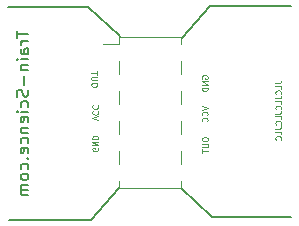
<source format=gbr>
%TF.GenerationSoftware,KiCad,Pcbnew,8.0.2*%
%TF.CreationDate,2024-11-30T21:33:01+01:00*%
%TF.ProjectId,_4mm_sleeper_w_IR,5f346d6d-5f73-46c6-9565-7065725f775f,rev?*%
%TF.SameCoordinates,Original*%
%TF.FileFunction,Legend,Bot*%
%TF.FilePolarity,Positive*%
%FSLAX46Y46*%
G04 Gerber Fmt 4.6, Leading zero omitted, Abs format (unit mm)*
G04 Created by KiCad (PCBNEW 8.0.2) date 2024-11-30 21:33:01*
%MOMM*%
%LPD*%
G01*
G04 APERTURE LIST*
G04 Aperture macros list*
%AMRoundRect*
0 Rectangle with rounded corners*
0 $1 Rounding radius*
0 $2 $3 $4 $5 $6 $7 $8 $9 X,Y pos of 4 corners*
0 Add a 4 corners polygon primitive as box body*
4,1,4,$2,$3,$4,$5,$6,$7,$8,$9,$2,$3,0*
0 Add four circle primitives for the rounded corners*
1,1,$1+$1,$2,$3*
1,1,$1+$1,$4,$5*
1,1,$1+$1,$6,$7*
1,1,$1+$1,$8,$9*
0 Add four rect primitives between the rounded corners*
20,1,$1+$1,$2,$3,$4,$5,0*
20,1,$1+$1,$4,$5,$6,$7,0*
20,1,$1+$1,$6,$7,$8,$9,0*
20,1,$1+$1,$8,$9,$2,$3,0*%
%AMRotRect*
0 Rectangle, with rotation*
0 The origin of the aperture is its center*
0 $1 length*
0 $2 width*
0 $3 Rotation angle, in degrees counterclockwise*
0 Add horizontal line*
21,1,$1,$2,0,0,$3*%
G04 Aperture macros list end*
%ADD10C,0.150000*%
%ADD11C,0.075000*%
%ADD12C,0.120000*%
%ADD13RoundRect,0.249600X-0.478655X-0.128255X0.128255X-0.478655X0.478655X0.128255X-0.128255X0.478655X0*%
%ADD14C,1.200000*%
%ADD15RotRect,1.800000X1.800000X330.000000*%
%ADD16C,1.800000*%
%ADD17R,3.000000X1.000000*%
G04 APERTURE END LIST*
D10*
X115510000Y-107121000D02*
X108613000Y-107121000D01*
X125804500Y-106871500D02*
X123123000Y-104454000D01*
X108500000Y-89149500D02*
X115301500Y-89149500D01*
X132500000Y-106871500D02*
X125804500Y-106871500D01*
X123190000Y-91694000D02*
X125603000Y-89027000D01*
X125603000Y-89027000D02*
X132500000Y-89027000D01*
X115301500Y-89149500D02*
X117983000Y-91567000D01*
X117923000Y-104454000D02*
X115510000Y-107121000D01*
D11*
X116065090Y-95736372D02*
X116065090Y-95641134D01*
X116065090Y-95641134D02*
X116041280Y-95593515D01*
X116041280Y-95593515D02*
X115993661Y-95545896D01*
X115993661Y-95545896D02*
X115898423Y-95522086D01*
X115898423Y-95522086D02*
X115731757Y-95522086D01*
X115731757Y-95522086D02*
X115636519Y-95545896D01*
X115636519Y-95545896D02*
X115588900Y-95593515D01*
X115588900Y-95593515D02*
X115565090Y-95641134D01*
X115565090Y-95641134D02*
X115565090Y-95736372D01*
X115565090Y-95736372D02*
X115588900Y-95783991D01*
X115588900Y-95783991D02*
X115636519Y-95831610D01*
X115636519Y-95831610D02*
X115731757Y-95855419D01*
X115731757Y-95855419D02*
X115898423Y-95855419D01*
X115898423Y-95855419D02*
X115993661Y-95831610D01*
X115993661Y-95831610D02*
X116041280Y-95783991D01*
X116041280Y-95783991D02*
X116065090Y-95736372D01*
X116065090Y-95307800D02*
X115660328Y-95307800D01*
X115660328Y-95307800D02*
X115612709Y-95283990D01*
X115612709Y-95283990D02*
X115588900Y-95260181D01*
X115588900Y-95260181D02*
X115565090Y-95212562D01*
X115565090Y-95212562D02*
X115565090Y-95117324D01*
X115565090Y-95117324D02*
X115588900Y-95069705D01*
X115588900Y-95069705D02*
X115612709Y-95045895D01*
X115612709Y-95045895D02*
X115660328Y-95022086D01*
X115660328Y-95022086D02*
X116065090Y-95022086D01*
X116065090Y-94855418D02*
X116065090Y-94569704D01*
X115565090Y-94712561D02*
X116065090Y-94712561D01*
X124934909Y-100263627D02*
X124934909Y-100358865D01*
X124934909Y-100358865D02*
X124958719Y-100406484D01*
X124958719Y-100406484D02*
X125006338Y-100454103D01*
X125006338Y-100454103D02*
X125101576Y-100477913D01*
X125101576Y-100477913D02*
X125268242Y-100477913D01*
X125268242Y-100477913D02*
X125363480Y-100454103D01*
X125363480Y-100454103D02*
X125411100Y-100406484D01*
X125411100Y-100406484D02*
X125434909Y-100358865D01*
X125434909Y-100358865D02*
X125434909Y-100263627D01*
X125434909Y-100263627D02*
X125411100Y-100216008D01*
X125411100Y-100216008D02*
X125363480Y-100168389D01*
X125363480Y-100168389D02*
X125268242Y-100144580D01*
X125268242Y-100144580D02*
X125101576Y-100144580D01*
X125101576Y-100144580D02*
X125006338Y-100168389D01*
X125006338Y-100168389D02*
X124958719Y-100216008D01*
X124958719Y-100216008D02*
X124934909Y-100263627D01*
X124934909Y-100692199D02*
X125339671Y-100692199D01*
X125339671Y-100692199D02*
X125387290Y-100716009D01*
X125387290Y-100716009D02*
X125411100Y-100739818D01*
X125411100Y-100739818D02*
X125434909Y-100787437D01*
X125434909Y-100787437D02*
X125434909Y-100882675D01*
X125434909Y-100882675D02*
X125411100Y-100930294D01*
X125411100Y-100930294D02*
X125387290Y-100954104D01*
X125387290Y-100954104D02*
X125339671Y-100977913D01*
X125339671Y-100977913D02*
X124934909Y-100977913D01*
X124934909Y-101144581D02*
X124934909Y-101430295D01*
X125434909Y-101287438D02*
X124934909Y-101287438D01*
X116135090Y-98709038D02*
X115635090Y-98542372D01*
X115635090Y-98542372D02*
X116135090Y-98375705D01*
X115682709Y-97923325D02*
X115658900Y-97947134D01*
X115658900Y-97947134D02*
X115635090Y-98018563D01*
X115635090Y-98018563D02*
X115635090Y-98066182D01*
X115635090Y-98066182D02*
X115658900Y-98137610D01*
X115658900Y-98137610D02*
X115706519Y-98185229D01*
X115706519Y-98185229D02*
X115754138Y-98209039D01*
X115754138Y-98209039D02*
X115849376Y-98232848D01*
X115849376Y-98232848D02*
X115920804Y-98232848D01*
X115920804Y-98232848D02*
X116016042Y-98209039D01*
X116016042Y-98209039D02*
X116063661Y-98185229D01*
X116063661Y-98185229D02*
X116111280Y-98137610D01*
X116111280Y-98137610D02*
X116135090Y-98066182D01*
X116135090Y-98066182D02*
X116135090Y-98018563D01*
X116135090Y-98018563D02*
X116111280Y-97947134D01*
X116111280Y-97947134D02*
X116087471Y-97923325D01*
X115682709Y-97423325D02*
X115658900Y-97447134D01*
X115658900Y-97447134D02*
X115635090Y-97518563D01*
X115635090Y-97518563D02*
X115635090Y-97566182D01*
X115635090Y-97566182D02*
X115658900Y-97637610D01*
X115658900Y-97637610D02*
X115706519Y-97685229D01*
X115706519Y-97685229D02*
X115754138Y-97709039D01*
X115754138Y-97709039D02*
X115849376Y-97732848D01*
X115849376Y-97732848D02*
X115920804Y-97732848D01*
X115920804Y-97732848D02*
X116016042Y-97709039D01*
X116016042Y-97709039D02*
X116063661Y-97685229D01*
X116063661Y-97685229D02*
X116111280Y-97637610D01*
X116111280Y-97637610D02*
X116135090Y-97566182D01*
X116135090Y-97566182D02*
X116135090Y-97518563D01*
X116135090Y-97518563D02*
X116111280Y-97447134D01*
X116111280Y-97447134D02*
X116087471Y-97423325D01*
X116111280Y-101042705D02*
X116135090Y-101090324D01*
X116135090Y-101090324D02*
X116135090Y-101161753D01*
X116135090Y-101161753D02*
X116111280Y-101233181D01*
X116111280Y-101233181D02*
X116063661Y-101280800D01*
X116063661Y-101280800D02*
X116016042Y-101304610D01*
X116016042Y-101304610D02*
X115920804Y-101328419D01*
X115920804Y-101328419D02*
X115849376Y-101328419D01*
X115849376Y-101328419D02*
X115754138Y-101304610D01*
X115754138Y-101304610D02*
X115706519Y-101280800D01*
X115706519Y-101280800D02*
X115658900Y-101233181D01*
X115658900Y-101233181D02*
X115635090Y-101161753D01*
X115635090Y-101161753D02*
X115635090Y-101114134D01*
X115635090Y-101114134D02*
X115658900Y-101042705D01*
X115658900Y-101042705D02*
X115682709Y-101018896D01*
X115682709Y-101018896D02*
X115849376Y-101018896D01*
X115849376Y-101018896D02*
X115849376Y-101114134D01*
X115635090Y-100804610D02*
X116135090Y-100804610D01*
X116135090Y-100804610D02*
X115635090Y-100518896D01*
X115635090Y-100518896D02*
X116135090Y-100518896D01*
X115635090Y-100280800D02*
X116135090Y-100280800D01*
X116135090Y-100280800D02*
X116135090Y-100161752D01*
X116135090Y-100161752D02*
X116111280Y-100090324D01*
X116111280Y-100090324D02*
X116063661Y-100042705D01*
X116063661Y-100042705D02*
X116016042Y-100018895D01*
X116016042Y-100018895D02*
X115920804Y-99995086D01*
X115920804Y-99995086D02*
X115849376Y-99995086D01*
X115849376Y-99995086D02*
X115754138Y-100018895D01*
X115754138Y-100018895D02*
X115706519Y-100042705D01*
X115706519Y-100042705D02*
X115658900Y-100090324D01*
X115658900Y-100090324D02*
X115635090Y-100161752D01*
X115635090Y-100161752D02*
X115635090Y-100280800D01*
X124934719Y-95172294D02*
X124910909Y-95124675D01*
X124910909Y-95124675D02*
X124910909Y-95053246D01*
X124910909Y-95053246D02*
X124934719Y-94981818D01*
X124934719Y-94981818D02*
X124982338Y-94934199D01*
X124982338Y-94934199D02*
X125029957Y-94910389D01*
X125029957Y-94910389D02*
X125125195Y-94886580D01*
X125125195Y-94886580D02*
X125196623Y-94886580D01*
X125196623Y-94886580D02*
X125291861Y-94910389D01*
X125291861Y-94910389D02*
X125339480Y-94934199D01*
X125339480Y-94934199D02*
X125387100Y-94981818D01*
X125387100Y-94981818D02*
X125410909Y-95053246D01*
X125410909Y-95053246D02*
X125410909Y-95100865D01*
X125410909Y-95100865D02*
X125387100Y-95172294D01*
X125387100Y-95172294D02*
X125363290Y-95196103D01*
X125363290Y-95196103D02*
X125196623Y-95196103D01*
X125196623Y-95196103D02*
X125196623Y-95100865D01*
X125410909Y-95410389D02*
X124910909Y-95410389D01*
X124910909Y-95410389D02*
X125410909Y-95696103D01*
X125410909Y-95696103D02*
X124910909Y-95696103D01*
X125410909Y-95934199D02*
X124910909Y-95934199D01*
X124910909Y-95934199D02*
X124910909Y-96053247D01*
X124910909Y-96053247D02*
X124934719Y-96124675D01*
X124934719Y-96124675D02*
X124982338Y-96172294D01*
X124982338Y-96172294D02*
X125029957Y-96196104D01*
X125029957Y-96196104D02*
X125125195Y-96219913D01*
X125125195Y-96219913D02*
X125196623Y-96219913D01*
X125196623Y-96219913D02*
X125291861Y-96196104D01*
X125291861Y-96196104D02*
X125339480Y-96172294D01*
X125339480Y-96172294D02*
X125387100Y-96124675D01*
X125387100Y-96124675D02*
X125410909Y-96053247D01*
X125410909Y-96053247D02*
X125410909Y-95934199D01*
D10*
X109232819Y-91125922D02*
X109232819Y-91697350D01*
X110232819Y-91411636D02*
X109232819Y-91411636D01*
X110232819Y-92030684D02*
X109566152Y-92030684D01*
X109756628Y-92030684D02*
X109661390Y-92078303D01*
X109661390Y-92078303D02*
X109613771Y-92125922D01*
X109613771Y-92125922D02*
X109566152Y-92221160D01*
X109566152Y-92221160D02*
X109566152Y-92316398D01*
X110232819Y-93078303D02*
X109709009Y-93078303D01*
X109709009Y-93078303D02*
X109613771Y-93030684D01*
X109613771Y-93030684D02*
X109566152Y-92935446D01*
X109566152Y-92935446D02*
X109566152Y-92744970D01*
X109566152Y-92744970D02*
X109613771Y-92649732D01*
X110185200Y-93078303D02*
X110232819Y-92983065D01*
X110232819Y-92983065D02*
X110232819Y-92744970D01*
X110232819Y-92744970D02*
X110185200Y-92649732D01*
X110185200Y-92649732D02*
X110089961Y-92602113D01*
X110089961Y-92602113D02*
X109994723Y-92602113D01*
X109994723Y-92602113D02*
X109899485Y-92649732D01*
X109899485Y-92649732D02*
X109851866Y-92744970D01*
X109851866Y-92744970D02*
X109851866Y-92983065D01*
X109851866Y-92983065D02*
X109804247Y-93078303D01*
X110232819Y-93554494D02*
X109566152Y-93554494D01*
X109232819Y-93554494D02*
X109280438Y-93506875D01*
X109280438Y-93506875D02*
X109328057Y-93554494D01*
X109328057Y-93554494D02*
X109280438Y-93602113D01*
X109280438Y-93602113D02*
X109232819Y-93554494D01*
X109232819Y-93554494D02*
X109328057Y-93554494D01*
X109566152Y-94030684D02*
X110232819Y-94030684D01*
X109661390Y-94030684D02*
X109613771Y-94078303D01*
X109613771Y-94078303D02*
X109566152Y-94173541D01*
X109566152Y-94173541D02*
X109566152Y-94316398D01*
X109566152Y-94316398D02*
X109613771Y-94411636D01*
X109613771Y-94411636D02*
X109709009Y-94459255D01*
X109709009Y-94459255D02*
X110232819Y-94459255D01*
X109851866Y-94935446D02*
X109851866Y-95697351D01*
X110185200Y-96125922D02*
X110232819Y-96268779D01*
X110232819Y-96268779D02*
X110232819Y-96506874D01*
X110232819Y-96506874D02*
X110185200Y-96602112D01*
X110185200Y-96602112D02*
X110137580Y-96649731D01*
X110137580Y-96649731D02*
X110042342Y-96697350D01*
X110042342Y-96697350D02*
X109947104Y-96697350D01*
X109947104Y-96697350D02*
X109851866Y-96649731D01*
X109851866Y-96649731D02*
X109804247Y-96602112D01*
X109804247Y-96602112D02*
X109756628Y-96506874D01*
X109756628Y-96506874D02*
X109709009Y-96316398D01*
X109709009Y-96316398D02*
X109661390Y-96221160D01*
X109661390Y-96221160D02*
X109613771Y-96173541D01*
X109613771Y-96173541D02*
X109518533Y-96125922D01*
X109518533Y-96125922D02*
X109423295Y-96125922D01*
X109423295Y-96125922D02*
X109328057Y-96173541D01*
X109328057Y-96173541D02*
X109280438Y-96221160D01*
X109280438Y-96221160D02*
X109232819Y-96316398D01*
X109232819Y-96316398D02*
X109232819Y-96554493D01*
X109232819Y-96554493D02*
X109280438Y-96697350D01*
X110185200Y-97554493D02*
X110232819Y-97459255D01*
X110232819Y-97459255D02*
X110232819Y-97268779D01*
X110232819Y-97268779D02*
X110185200Y-97173541D01*
X110185200Y-97173541D02*
X110137580Y-97125922D01*
X110137580Y-97125922D02*
X110042342Y-97078303D01*
X110042342Y-97078303D02*
X109756628Y-97078303D01*
X109756628Y-97078303D02*
X109661390Y-97125922D01*
X109661390Y-97125922D02*
X109613771Y-97173541D01*
X109613771Y-97173541D02*
X109566152Y-97268779D01*
X109566152Y-97268779D02*
X109566152Y-97459255D01*
X109566152Y-97459255D02*
X109613771Y-97554493D01*
X110232819Y-97983065D02*
X109566152Y-97983065D01*
X109232819Y-97983065D02*
X109280438Y-97935446D01*
X109280438Y-97935446D02*
X109328057Y-97983065D01*
X109328057Y-97983065D02*
X109280438Y-98030684D01*
X109280438Y-98030684D02*
X109232819Y-97983065D01*
X109232819Y-97983065D02*
X109328057Y-97983065D01*
X110185200Y-98840207D02*
X110232819Y-98744969D01*
X110232819Y-98744969D02*
X110232819Y-98554493D01*
X110232819Y-98554493D02*
X110185200Y-98459255D01*
X110185200Y-98459255D02*
X110089961Y-98411636D01*
X110089961Y-98411636D02*
X109709009Y-98411636D01*
X109709009Y-98411636D02*
X109613771Y-98459255D01*
X109613771Y-98459255D02*
X109566152Y-98554493D01*
X109566152Y-98554493D02*
X109566152Y-98744969D01*
X109566152Y-98744969D02*
X109613771Y-98840207D01*
X109613771Y-98840207D02*
X109709009Y-98887826D01*
X109709009Y-98887826D02*
X109804247Y-98887826D01*
X109804247Y-98887826D02*
X109899485Y-98411636D01*
X109566152Y-99316398D02*
X110232819Y-99316398D01*
X109661390Y-99316398D02*
X109613771Y-99364017D01*
X109613771Y-99364017D02*
X109566152Y-99459255D01*
X109566152Y-99459255D02*
X109566152Y-99602112D01*
X109566152Y-99602112D02*
X109613771Y-99697350D01*
X109613771Y-99697350D02*
X109709009Y-99744969D01*
X109709009Y-99744969D02*
X110232819Y-99744969D01*
X110185200Y-100649731D02*
X110232819Y-100554493D01*
X110232819Y-100554493D02*
X110232819Y-100364017D01*
X110232819Y-100364017D02*
X110185200Y-100268779D01*
X110185200Y-100268779D02*
X110137580Y-100221160D01*
X110137580Y-100221160D02*
X110042342Y-100173541D01*
X110042342Y-100173541D02*
X109756628Y-100173541D01*
X109756628Y-100173541D02*
X109661390Y-100221160D01*
X109661390Y-100221160D02*
X109613771Y-100268779D01*
X109613771Y-100268779D02*
X109566152Y-100364017D01*
X109566152Y-100364017D02*
X109566152Y-100554493D01*
X109566152Y-100554493D02*
X109613771Y-100649731D01*
X110185200Y-101459255D02*
X110232819Y-101364017D01*
X110232819Y-101364017D02*
X110232819Y-101173541D01*
X110232819Y-101173541D02*
X110185200Y-101078303D01*
X110185200Y-101078303D02*
X110089961Y-101030684D01*
X110089961Y-101030684D02*
X109709009Y-101030684D01*
X109709009Y-101030684D02*
X109613771Y-101078303D01*
X109613771Y-101078303D02*
X109566152Y-101173541D01*
X109566152Y-101173541D02*
X109566152Y-101364017D01*
X109566152Y-101364017D02*
X109613771Y-101459255D01*
X109613771Y-101459255D02*
X109709009Y-101506874D01*
X109709009Y-101506874D02*
X109804247Y-101506874D01*
X109804247Y-101506874D02*
X109899485Y-101030684D01*
X110137580Y-101935446D02*
X110185200Y-101983065D01*
X110185200Y-101983065D02*
X110232819Y-101935446D01*
X110232819Y-101935446D02*
X110185200Y-101887827D01*
X110185200Y-101887827D02*
X110137580Y-101935446D01*
X110137580Y-101935446D02*
X110232819Y-101935446D01*
X110185200Y-102840207D02*
X110232819Y-102744969D01*
X110232819Y-102744969D02*
X110232819Y-102554493D01*
X110232819Y-102554493D02*
X110185200Y-102459255D01*
X110185200Y-102459255D02*
X110137580Y-102411636D01*
X110137580Y-102411636D02*
X110042342Y-102364017D01*
X110042342Y-102364017D02*
X109756628Y-102364017D01*
X109756628Y-102364017D02*
X109661390Y-102411636D01*
X109661390Y-102411636D02*
X109613771Y-102459255D01*
X109613771Y-102459255D02*
X109566152Y-102554493D01*
X109566152Y-102554493D02*
X109566152Y-102744969D01*
X109566152Y-102744969D02*
X109613771Y-102840207D01*
X110232819Y-103411636D02*
X110185200Y-103316398D01*
X110185200Y-103316398D02*
X110137580Y-103268779D01*
X110137580Y-103268779D02*
X110042342Y-103221160D01*
X110042342Y-103221160D02*
X109756628Y-103221160D01*
X109756628Y-103221160D02*
X109661390Y-103268779D01*
X109661390Y-103268779D02*
X109613771Y-103316398D01*
X109613771Y-103316398D02*
X109566152Y-103411636D01*
X109566152Y-103411636D02*
X109566152Y-103554493D01*
X109566152Y-103554493D02*
X109613771Y-103649731D01*
X109613771Y-103649731D02*
X109661390Y-103697350D01*
X109661390Y-103697350D02*
X109756628Y-103744969D01*
X109756628Y-103744969D02*
X110042342Y-103744969D01*
X110042342Y-103744969D02*
X110137580Y-103697350D01*
X110137580Y-103697350D02*
X110185200Y-103649731D01*
X110185200Y-103649731D02*
X110232819Y-103554493D01*
X110232819Y-103554493D02*
X110232819Y-103411636D01*
X110232819Y-104173541D02*
X109566152Y-104173541D01*
X109661390Y-104173541D02*
X109613771Y-104221160D01*
X109613771Y-104221160D02*
X109566152Y-104316398D01*
X109566152Y-104316398D02*
X109566152Y-104459255D01*
X109566152Y-104459255D02*
X109613771Y-104554493D01*
X109613771Y-104554493D02*
X109709009Y-104602112D01*
X109709009Y-104602112D02*
X110232819Y-104602112D01*
X109709009Y-104602112D02*
X109613771Y-104649731D01*
X109613771Y-104649731D02*
X109566152Y-104744969D01*
X109566152Y-104744969D02*
X109566152Y-104887826D01*
X109566152Y-104887826D02*
X109613771Y-104983065D01*
X109613771Y-104983065D02*
X109709009Y-105030684D01*
X109709009Y-105030684D02*
X110232819Y-105030684D01*
D11*
X131133909Y-95561246D02*
X131491052Y-95561246D01*
X131491052Y-95561246D02*
X131562480Y-95537437D01*
X131562480Y-95537437D02*
X131610100Y-95489818D01*
X131610100Y-95489818D02*
X131633909Y-95418389D01*
X131633909Y-95418389D02*
X131633909Y-95370770D01*
X131633909Y-96037436D02*
X131633909Y-95799341D01*
X131633909Y-95799341D02*
X131133909Y-95799341D01*
X131586290Y-96489817D02*
X131610100Y-96466008D01*
X131610100Y-96466008D02*
X131633909Y-96394579D01*
X131633909Y-96394579D02*
X131633909Y-96346960D01*
X131633909Y-96346960D02*
X131610100Y-96275532D01*
X131610100Y-96275532D02*
X131562480Y-96227913D01*
X131562480Y-96227913D02*
X131514861Y-96204103D01*
X131514861Y-96204103D02*
X131419623Y-96180294D01*
X131419623Y-96180294D02*
X131348195Y-96180294D01*
X131348195Y-96180294D02*
X131252957Y-96204103D01*
X131252957Y-96204103D02*
X131205338Y-96227913D01*
X131205338Y-96227913D02*
X131157719Y-96275532D01*
X131157719Y-96275532D02*
X131133909Y-96346960D01*
X131133909Y-96346960D02*
X131133909Y-96394579D01*
X131133909Y-96394579D02*
X131157719Y-96466008D01*
X131157719Y-96466008D02*
X131181528Y-96489817D01*
X131133909Y-96846960D02*
X131491052Y-96846960D01*
X131491052Y-96846960D02*
X131562480Y-96823151D01*
X131562480Y-96823151D02*
X131610100Y-96775532D01*
X131610100Y-96775532D02*
X131633909Y-96704103D01*
X131633909Y-96704103D02*
X131633909Y-96656484D01*
X131633909Y-97323150D02*
X131633909Y-97085055D01*
X131633909Y-97085055D02*
X131133909Y-97085055D01*
X131586290Y-97775531D02*
X131610100Y-97751722D01*
X131610100Y-97751722D02*
X131633909Y-97680293D01*
X131633909Y-97680293D02*
X131633909Y-97632674D01*
X131633909Y-97632674D02*
X131610100Y-97561246D01*
X131610100Y-97561246D02*
X131562480Y-97513627D01*
X131562480Y-97513627D02*
X131514861Y-97489817D01*
X131514861Y-97489817D02*
X131419623Y-97466008D01*
X131419623Y-97466008D02*
X131348195Y-97466008D01*
X131348195Y-97466008D02*
X131252957Y-97489817D01*
X131252957Y-97489817D02*
X131205338Y-97513627D01*
X131205338Y-97513627D02*
X131157719Y-97561246D01*
X131157719Y-97561246D02*
X131133909Y-97632674D01*
X131133909Y-97632674D02*
X131133909Y-97680293D01*
X131133909Y-97680293D02*
X131157719Y-97751722D01*
X131157719Y-97751722D02*
X131181528Y-97775531D01*
X131133909Y-98132674D02*
X131491052Y-98132674D01*
X131491052Y-98132674D02*
X131562480Y-98108865D01*
X131562480Y-98108865D02*
X131610100Y-98061246D01*
X131610100Y-98061246D02*
X131633909Y-97989817D01*
X131633909Y-97989817D02*
X131633909Y-97942198D01*
X131633909Y-98608864D02*
X131633909Y-98370769D01*
X131633909Y-98370769D02*
X131133909Y-98370769D01*
X131586290Y-99061245D02*
X131610100Y-99037436D01*
X131610100Y-99037436D02*
X131633909Y-98966007D01*
X131633909Y-98966007D02*
X131633909Y-98918388D01*
X131633909Y-98918388D02*
X131610100Y-98846960D01*
X131610100Y-98846960D02*
X131562480Y-98799341D01*
X131562480Y-98799341D02*
X131514861Y-98775531D01*
X131514861Y-98775531D02*
X131419623Y-98751722D01*
X131419623Y-98751722D02*
X131348195Y-98751722D01*
X131348195Y-98751722D02*
X131252957Y-98775531D01*
X131252957Y-98775531D02*
X131205338Y-98799341D01*
X131205338Y-98799341D02*
X131157719Y-98846960D01*
X131157719Y-98846960D02*
X131133909Y-98918388D01*
X131133909Y-98918388D02*
X131133909Y-98966007D01*
X131133909Y-98966007D02*
X131157719Y-99037436D01*
X131157719Y-99037436D02*
X131181528Y-99061245D01*
X131133909Y-99418388D02*
X131491052Y-99418388D01*
X131491052Y-99418388D02*
X131562480Y-99394579D01*
X131562480Y-99394579D02*
X131610100Y-99346960D01*
X131610100Y-99346960D02*
X131633909Y-99275531D01*
X131633909Y-99275531D02*
X131633909Y-99227912D01*
X131633909Y-99894578D02*
X131633909Y-99656483D01*
X131633909Y-99656483D02*
X131133909Y-99656483D01*
X131586290Y-100346959D02*
X131610100Y-100323150D01*
X131610100Y-100323150D02*
X131633909Y-100251721D01*
X131633909Y-100251721D02*
X131633909Y-100204102D01*
X131633909Y-100204102D02*
X131610100Y-100132674D01*
X131610100Y-100132674D02*
X131562480Y-100085055D01*
X131562480Y-100085055D02*
X131514861Y-100061245D01*
X131514861Y-100061245D02*
X131419623Y-100037436D01*
X131419623Y-100037436D02*
X131348195Y-100037436D01*
X131348195Y-100037436D02*
X131252957Y-100061245D01*
X131252957Y-100061245D02*
X131205338Y-100085055D01*
X131205338Y-100085055D02*
X131157719Y-100132674D01*
X131157719Y-100132674D02*
X131133909Y-100204102D01*
X131133909Y-100204102D02*
X131133909Y-100251721D01*
X131133909Y-100251721D02*
X131157719Y-100323150D01*
X131157719Y-100323150D02*
X131181528Y-100346959D01*
X124910909Y-97505961D02*
X125410909Y-97672627D01*
X125410909Y-97672627D02*
X124910909Y-97839294D01*
X125363290Y-98291674D02*
X125387100Y-98267865D01*
X125387100Y-98267865D02*
X125410909Y-98196436D01*
X125410909Y-98196436D02*
X125410909Y-98148817D01*
X125410909Y-98148817D02*
X125387100Y-98077389D01*
X125387100Y-98077389D02*
X125339480Y-98029770D01*
X125339480Y-98029770D02*
X125291861Y-98005960D01*
X125291861Y-98005960D02*
X125196623Y-97982151D01*
X125196623Y-97982151D02*
X125125195Y-97982151D01*
X125125195Y-97982151D02*
X125029957Y-98005960D01*
X125029957Y-98005960D02*
X124982338Y-98029770D01*
X124982338Y-98029770D02*
X124934719Y-98077389D01*
X124934719Y-98077389D02*
X124910909Y-98148817D01*
X124910909Y-98148817D02*
X124910909Y-98196436D01*
X124910909Y-98196436D02*
X124934719Y-98267865D01*
X124934719Y-98267865D02*
X124958528Y-98291674D01*
X125363290Y-98791674D02*
X125387100Y-98767865D01*
X125387100Y-98767865D02*
X125410909Y-98696436D01*
X125410909Y-98696436D02*
X125410909Y-98648817D01*
X125410909Y-98648817D02*
X125387100Y-98577389D01*
X125387100Y-98577389D02*
X125339480Y-98529770D01*
X125339480Y-98529770D02*
X125291861Y-98505960D01*
X125291861Y-98505960D02*
X125196623Y-98482151D01*
X125196623Y-98482151D02*
X125125195Y-98482151D01*
X125125195Y-98482151D02*
X125029957Y-98505960D01*
X125029957Y-98505960D02*
X124982338Y-98529770D01*
X124982338Y-98529770D02*
X124934719Y-98577389D01*
X124934719Y-98577389D02*
X124910909Y-98648817D01*
X124910909Y-98648817D02*
X124910909Y-98696436D01*
X124910909Y-98696436D02*
X124934719Y-98767865D01*
X124934719Y-98767865D02*
X124958528Y-98791674D01*
D12*
%TO.C,J106*%
X116563000Y-92204000D02*
X117923000Y-92204000D01*
X117923000Y-91634000D02*
X123123000Y-91634000D01*
X117923000Y-92204000D02*
X117923000Y-91634000D01*
X117923000Y-94744000D02*
X117923000Y-93724000D01*
X117923000Y-97284000D02*
X117923000Y-96264000D01*
X117923000Y-99824000D02*
X117923000Y-98804000D01*
X117923000Y-102364000D02*
X117923000Y-101344000D01*
X117923000Y-104454000D02*
X117923000Y-103884000D01*
X117923000Y-104454000D02*
X123123000Y-104454000D01*
X123123000Y-92204000D02*
X123123000Y-91634000D01*
X123123000Y-94744000D02*
X123123000Y-93724000D01*
X123123000Y-97284000D02*
X123123000Y-96264000D01*
X123123000Y-99824000D02*
X123123000Y-98804000D01*
X123123000Y-102364000D02*
X123123000Y-101344000D01*
X123123000Y-104454000D02*
X123123000Y-103884000D01*
%TD*%
%LPC*%
D13*
%TO.C,U101*%
X129057892Y-78090860D03*
D14*
X129522744Y-79825712D03*
X131257597Y-79360860D03*
X131722448Y-81095712D03*
%TD*%
D15*
%TO.C,D101*%
X109806354Y-115764116D03*
D16*
X112006059Y-117034116D03*
%TD*%
D17*
%TO.C,J106*%
X118003000Y-92964000D03*
X123043000Y-92964000D03*
X118003000Y-95504000D03*
X123043000Y-95504000D03*
X118003000Y-98044000D03*
X123043000Y-98044000D03*
X118003000Y-100584000D03*
X123043000Y-100584000D03*
X118003000Y-103124000D03*
X123043000Y-103124000D03*
%TD*%
%LPD*%
M02*

</source>
